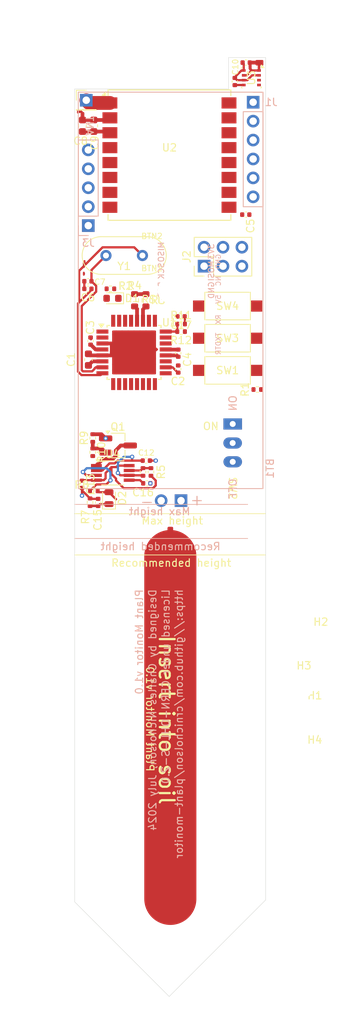
<source format=kicad_pcb>
(kicad_pcb (version 20240108) (generator "pcbnew") (generator_version "8.0")
  (layers (0 "F.Cu" signal) (31 "B.Cu" signal) (34 "B.Paste" user) (35 "F.Paste" user) (36 "B.SilkS" user "B.Silkscreen") (37 "F.SilkS" user "F.Silkscreen") (38 "B.Mask" user) (39 "F.Mask" user) (44 "Edge.Cuts" user))
  (net 0 "")
  (net 1 "Net-(AE1-Pin_1)")
  (net 2 "Net-(BT1-+)")
  (net 3 "GND")
  (net 4 "+3.3V")
  (net 5 "Net-(U1-AREF)")
  (net 6 "RESET")
  (net 7 "Net-(J1-Pin_6)")
  (net 8 "XTAL2")
  (net 9 "XTAL1")
  (net 10 "TRIG")
  (net 11 "SOIL")
  (net 12 "COUT")
  (net 13 "Net-(D1-A)")
  (net 14 "Net-(D2-A)")
  (net 16 "RX")
  (net 17 "+5V")
  (net 18 "TX")
  (net 19 "MOSI")
  (net 20 "SCK")
  (net 21 "MISO")
  (net 22 "SDA")
  (net 23 "SCL")
  (net 24 "Net-(U4-DIS)")
  (net 25 "OUT")
  (net 27 "BUTTON1")
  (net 28 "BUTTON2")
  (net 30 "A3")
  (net 31 "DIO0")
  (net 33 "LORA_RST")
  (net 36 "CS")
  (net 37 "D2")
  (net 38 "A2")
  (net 44 "Net-(Q1-G)")
  (net 45 "Net-(Q1-D)")
  (net 46 "SOIL_FET")
  (net 47 "VOLT")
  (footprint "Package_TO_SOT_SMD:SC-59_Handsoldering" (layer "F.Cu") (at 246.349185 104.7416)
    (property "Reference" "Q1" (at 0 -2.5 0) (layer "F.SilkS"))
    (property "Value" "DMN1019USN-13")
    (pad "1" smd roundrect (at -1.65 -0.95) (size 1.8 0.8) (layers "F.Cu" "F.Paste" "F.Mask") (net 3 "GND"))
    (pad "2" smd roundrect (at -1.65 0.95) (size 1.8 0.8) (layers "F.Cu" "F.Paste" "F.Mask") (net 44 "Net-(Q1-G)"))
    (pad "3" smd roundrect (at 1.65 0) (size 1.8 0.8) (layers "F.Cu" "F.Paste" "F.Mask") (net 45 "Net-(Q1-D)"))
  )
  (footprint "Resistor_SMD:R_0402_1005Metric" (layer "F.Cu") (at 249.717185 108.2936 -90)
    (property "Reference" "R6" (hide yes))
    (property "Value" "1.5 K")
    (pad "1" smd roundrect (at -0.51 0 270) (size 0.54 0.64) (layers "F.Cu" "F.Paste" "F.Mask") (net 24 "Net-(U4-DIS)"))
    (pad "2" smd roundrect (at 0.51 0 270) (size 0.54 0.64) (layers "F.Cu" "F.Paste" "F.Mask") (net 10 "TRIG"))
  )
  (footprint "Resistor_SMD:R_0402_1005Metric" (layer "F.Cu") (at 243.115185 110.8336 180)
    (property "Reference" "R8" (at 1.6414 0.801 180) (layer "F.SilkS"))
    (property "Value" "10 K")
    (pad "1" smd roundrect (at -0.51 0 180) (size 0.54 0.64) (layers "F.Cu" "F.Paste" "F.Mask") (net 14 "Net-(D2-A)"))
    (pad "2" smd roundrect (at 0.51 0 180) (size 0.54 0.64) (layers "F.Cu" "F.Paste" "F.Mask") (net 25 "OUT"))
  )
  (footprint "Connector_PinHeader_2.54mm:PinHeader_2x03_P2.54mm_Vertical" (layer "F.Cu") (at 257.9266 80.6754 90)
    (property "Reference" "J2" (at 1.27 -2.33 270) (layer "F.SilkS"))
    (property "Value" "AT_ISP")
    (pad "1" thru_hole rect (at 0 0 90) (size 1.7 1.7) (drill 1) (layers "*.Cu" "*.Mask") (net 21 "MISO"))
    (pad "2" thru_hole oval (at 2.54 0 90) (size 1.7 1.7) (drill 1) (layers "*.Cu" "*.Mask") (net 4 "+3.3V"))
    (pad "3" thru_hole oval (at 0 2.54 90) (size 1.7 1.7) (drill 1) (layers "*.Cu" "*.Mask") (net 20 "SCK"))
    (pad "4" thru_hole oval (at 2.54 2.54 90) (size 1.7 1.7) (drill 1) (layers "*.Cu" "*.Mask") (net 19 "MOSI"))
    (pad "5" thru_hole oval (at 0 5.08 90) (size 1.7 1.7) (drill 1) (layers "*.Cu" "*.Mask") (net 6 "RESET"))
    (pad "6" thru_hole oval (at 2.54 5.08 90) (size 1.7 1.7) (drill 1) (layers "*.Cu" "*.Mask") (net 3 "GND"))
  )
  (footprint "Resistor_SMD:R_0402_1005Metric" (layer "F.Cu") (at 250.789185 108.2956 -90)
    (property "Reference" "R5" (at 0 -1.3526 90) (layer "F.SilkS"))
    (property "Value" "330")
    (pad "1" smd roundrect (at -0.51 0 270) (size 0.54 0.64) (layers "F.Cu" "F.Paste" "F.Mask") (net 24 "Net-(U4-DIS)"))
    (pad "2" smd roundrect (at 0.51 0 270) (size 0.54 0.64) (layers "F.Cu" "F.Paste" "F.Mask") (net 4 "+3.3V"))
  )
  (footprint "Capacitor_SMD:C_0402_1005Metric" (layer "F.Cu") (at 262.056 55.899 90)
    (property "Reference" "C10" (at 1.946 0.072 -90) (layer "F.SilkS") (effects (font (size 0.75 0.75) (thickness 0.12))))
    (property "Value" "100 nF")
    (pad "1" smd roundrect (at -0.48 0 90) (size 0.56 0.62) (layers "F.Cu" "F.Paste" "F.Mask") (net 3 "GND"))
    (pad "2" smd roundrect (at 0.48 0 90) (size 0.56 0.62) (layers "F.Cu" "F.Paste" "F.Mask") (net 4 "+3.3V"))
  )
  (footprint "Resistor_SMD:R_0402_1005Metric" (layer "F.Cu") (at 242.968185 103.742924 90)
    (property "Reference" "R9" (at 0 -1.17 270) (layer "F.SilkS"))
    (property "Value" "10 K")
    (pad "1" smd roundrect (at -0.51 0 90) (size 0.54 0.64) (layers "F.Cu" "F.Paste" "F.Mask") (net 44 "Net-(Q1-G)"))
    (pad "2" smd roundrect (at 0.51 0 90) (size 0.54 0.64) (layers "F.Cu" "F.Paste" "F.Mask") (net 3 "GND"))
  )
  (footprint "Capacitor_SMD:C_0402_1005Metric" (layer "F.Cu") (at 242.6744 90.7288 90)
    (property "Reference" "C3" (at 1.82 -0.036 -90) (layer "F.SilkS"))
    (property "Value" "100 nF")
    (pad "1" smd roundrect (at -0.48 0 90) (size 0.56 0.62) (layers "F.Cu" "F.Paste" "F.Mask") (net 4 "+3.3V"))
    (pad "2" smd roundrect (at 0.48 0 90) (size 0.56 0.62) (layers "F.Cu" "F.Paste" "F.Mask") (net 3 "GND"))
  )
  (footprint "Package_LGA:Bosch_LGA-8_2.5x2.5mm_P0.65mm_ClockwisePinNumbering" (layer "F.Cu") (at 264.278 55.391 -90)
    (property "Reference" "U3" (at 0.015 -0.009 90) (layer "F.SilkS"))
    (property "Value" "BME280")
    (pad "1" smd rect (at -0.975 -1.025) (size 0.5 0.35) (layers "F.Cu" "F.Paste" "F.Mask") (net 3 "GND"))
    (pad "2" smd rect (at -0.325 -1.025) (size 0.5 0.35) (layers "F.Cu" "F.Paste" "F.Mask") (net 4 "+3.3V"))
    (pad "3" smd rect (at 0.325 -1.025) (size 0.5 0.35) (layers "F.Cu" "F.Paste" "F.Mask") (net 22 "SDA"))
    (pad "4" smd rect (at 0.975 -1.025) (size 0.5 0.35) (layers "F.Cu" "F.Paste" "F.Mask") (net 23 "SCL"))
    (pad "5" smd rect (at 0.975 1.025) (size 0.5 0.35) (layers "F.Cu" "F.Paste" "F.Mask") (net 3 "GND"))
    (pad "6" smd rect (at 0.325 1.025) (size 0.5 0.35) (layers "F.Cu" "F.Paste" "F.Mask") (net 4 "+3.3V"))
    (pad "7" smd rect (at -0.325 1.025) (size 0.5 0.35) (layers "F.Cu" "F.Paste" "F.Mask") (net 3 "GND"))
    (pad "8" smd rect (at -0.975 1.025) (size 0.5 0.35) (layers "F.Cu" "F.Paste" "F.Mask") (net 4 "+3.3V"))
  )
  (footprint "Button_Switch_SMD:SW_SPST_CK_RS282G05A3" (layer "F.Cu") (at 261.0866 94.6618 180)
    (property "Reference" "SW1" (at 0 -0.004 180) (layer "F.SilkS"))
    (property "Value" "AT_RESET")
    (pad "1" smd rect (at -3.9 0 180) (size 1.5 1.5) (layers "F.Cu" "F.Paste" "F.Mask") (net 6 "RESET"))
    (pad "2" smd rect (at 3.9 0 180) (size 1.5 1.5) (layers "F.Cu" "F.Paste" "F.Mask") (net 3 "GND"))
  )
  (footprint "MountingHole:MountingHole_2.2mm_M2" (layer "F.Cu") (at 272.796 147.447)
    (property "Reference" "H4" (at 0 -3.2 0) (layer "F.SilkS"))
    (property "Value" "MountingHole")
    (pad "" np_thru_hole circle (at 0 0) (size 2.2 2.2) (drill 2.2) (layers "*.Cu" "*.Mask"))
  )
  (footprint "Resistor_SMD:R_0402_1005Metric" (layer "F.Cu") (at 254.8356 88.4428)
    (property "Reference" "R11" (at 0 -1.17 360) (layer "F.SilkS"))
    (property "Value" "1 M")
    (pad "1" smd roundrect (at -0.51 0) (size 0.54 0.64) (layers "F.Cu" "F.Paste" "F.Mask") (net 47 "VOLT"))
    (pad "2" smd roundrect (at 0.51 0) (size 0.54 0.64) (layers "F.Cu" "F.Paste" "F.Mask") (net 4 "+3.3V"))
  )
  (footprint "Resistor_SMD:R_0402_1005Metric" (layer "F.Cu") (at 245.3405 83.7184)
    (property "Reference" "R2" (at 2.03 -0.381 360) (layer "F.SilkS"))
    (property "Value" "1 K")
    (pad "1" smd roundrect (at -0.51 0) (size 0.54 0.64) (layers "F.Cu" "F.Paste" "F.Mask") (net 13 "Net-(D1-A)"))
    (pad "2" smd roundrect (at 0.51 0) (size 0.54 0.64) (layers "F.Cu" "F.Paste" "F.Mask") (net 20 "SCK"))
  )
  (footprint "Resistor_SMD:R_0603_1608Metric" (layer "F.Cu") (at 248.5898 85.2556 90)
    (property "Reference" "R4" (at 1.968 0 0) (layer "F.SilkS"))
    (property "Value" "1.8 K")
    (pad "1" smd roundrect (at -0.825 0 90) (size 0.8 0.95) (layers "F.Cu" "F.Paste" "F.Mask") (net 23 "SCL"))
    (pad "2" smd roundrect (at 0.825 0 90) (size 0.8 0.95) (layers "F.Cu" "F.Paste" "F.Mask") (net 4 "+3.3V"))
  )
  (footprint "Capacitor_SMD:C_0402_1005Metric" (layer "F.Cu") (at 243.688185 112.3836 -90)
    (property "Reference" "C15" (at 2.348 0.0554 -90) (layer "F.SilkS"))
    (property "Value" "1 nF")
    (pad "1" smd roundrect (at -0.48 0 270) (size 0.56 0.62) (layers "F.Cu" "F.Paste" "F.Mask") (net 3 "GND"))
    (pad "2" smd roundrect (at 0.48 0 270) (size 0.56 0.62) (layers "F.Cu" "F.Paste" "F.Mask") (net 11 "SOIL"))
  )
  (footprint "Capacitor_SMD:C_0402_1005Metric" (layer "F.Cu") (at 263.58 53.359)
    (property "Reference" "C11" (hide yes))
    (property "Value" "1 uF")
    (pad "1" smd roundrect (at -0.48 0) (size 0.56 0.62) (layers "F.Cu" "F.Paste" "F.Mask") (net 4 "+3.3V"))
    (pad "2" smd roundrect (at 0.48 0) (size 0.56 0.62) (layers "F.Cu" "F.Paste" "F.Mask") (net 3 "GND"))
  )
  (footprint "Sensor_Humidity:Soil" (layer "F.Cu") (at 253.3904 119.5832)
    (property "Reference" "C14" (hide yes))
    (property "Value" "Soil")
    (fp_line (start 0 0) (end 0 46) (stroke (width 7)) (layer "F.Cu"))
    (pad "1" smd roundrect (at 0 -3.58775) (size 0.762 0.6985) (layers "F.Cu" "F.Paste" "F.Mask") (net 14 "Net-(D2-A)"))
  )
  (footprint "Resistor_SMD:R_0402_1005Metric" (layer "F.Cu") (at 242.968185 105.647924 -90)
    (property "Reference" "R10" (at 0 -1.17 90) (layer "F.SilkS"))
    (property "Value" "10")
    (pad "1" smd roundrect (at -0.51 0 270) (size 0.54 0.64) (layers "F.Cu" "F.Paste" "F.Mask") (net 44 "Net-(Q1-G)"))
    (pad "2" smd roundrect (at 0.51 0 270) (size 0.54 0.64) (layers "F.Cu" "F.Paste" "F.Mask") (net 46 "SOIL_FET"))
  )
  (footprint "MountingHole:MountingHole_2.2mm_M2" (layer "F.Cu") (at 272.796 141.497)
    (property "Reference" "H1" (at 0 -3.2 0) (layer "F.SilkS"))
    (property "Value" "MountingHole")
    (pad "" np_thru_hole circle (at 0 0) (size 2.2 2.2) (drill 2.2) (layers "*.Cu" "*.Mask"))
  )
  (footprint "Package_SO:VSSOP-8_3.0x3.0mm_P0.65mm" (layer "F.Cu") (at 245.655185 108.4206)
    (property "Reference" "U4" (at 0 -2.5 0) (layer "F.SilkS"))
    (property "Value" "TLC555xPS")
    (pad "1" smd rect (at -2.2 -0.975 270) (size 0.45 1.45) (layers "F.Cu" "F.Paste" "F.Mask") (net 45 "Net-(Q1-D)"))
    (pad "2" smd rect (at -2.2 -0.325 270) (size 0.45 1.45) (layers "F.Cu" "F.Paste" "F.Mask") (net 10 "TRIG"))
    (pad "3" smd rect (at -2.2 0.325 270) (size 0.45 1.45) (layers "F.Cu" "F.Paste" "F.Mask") (net 25 "OUT"))
    (pad "4" smd rect (at -2.2 0.975 270) (size 0.45 1.45) (layers "F.Cu" "F.Paste" "F.Mask") (net 4 "+3.3V"))
    (pad "5" smd rect (at 2.2 0.975 270) (size 0.45 1.45) (layers "F.Cu" "F.Paste" "F.Mask") (net 12 "COUT"))
    (pad "6" smd rect (at 2.2 0.325 270) (size 0.45 1.45) (layers "F.Cu" "F.Paste" "F.Mask") (net 10 "TRIG"))
    (pad "7" smd rect (at 2.2 -0.325 270) (size 0.45 1.45) (layers "F.Cu" "F.Paste" "F.Mask") (net 24 "Net-(U4-DIS)"))
    (pad "8" smd rect (at 2.2 -0.975 270) (size 0.45 1.45) (layers "F.Cu" "F.Paste" "F.Mask") (net 4 "+3.3V"))
  )
  (footprint "LED_SMD:LED_0603_1608Metric" (layer "F.Cu") (at 245.618 84.9884 180)
    (property "Reference" "D1" (at -2.6415 0 180) (layer "F.SilkS"))
    (property "Value" "LED")
    (pad "1" smd roundrect (at -0.7875 0 180) (size 0.875 0.95) (layers "F.Cu" "F.Paste" "F.Mask") (net 3 "GND"))
    (pad "2" smd roundrect (at 0.7875 0 180) (size 0.875 0.95) (layers "F.Cu" "F.Paste" "F.Mask") (net 13 "Net-(D1-A)"))
  )
  (footprint "Capacitor_SMD:C_0402_1005Metric" (layer "F.Cu") (at 254.4514 92.3538 90)
    (property "Reference" "C4" (at -0.847 1.234 90) (layer "F.SilkS"))
    (property "Value" "100 nF")
    (pad "1" smd roundrect (at -0.48 0 90) (size 0.56 0.62) (layers "F.Cu" "F.Paste" "F.Mask") (net 5 "Net-(U1-AREF)"))
    (pad "2" smd roundrect (at 0.48 0 90) (size 0.56 0.62) (layers "F.Cu" "F.Paste" "F.Mask") (net 3 "GND"))
  )
  (footprint "Capacitor_SMD:C_0402_1005Metric" (layer "F.Cu") (at 242.316 83.7184 180)
    (property "Reference" "C6" (at 0 -1.16 180) (layer "F.SilkS"))
    (property "Value" "22 pF")
    (pad "1" smd roundrect (at -0.48 0 180) (size 0.56 0.62) (layers "F.Cu" "F.Paste" "F.Mask") (net 8 "XTAL2"))
    (pad "2" smd roundrect (at 0.48 0 180) (size 0.56 0.62) (layers "F.Cu" "F.Paste" "F.Mask") (net 3 "GND"))
  )
  (footprint "Capacitor_SMD:C_0402_1005Metric" (layer "F.Cu") (at 250.158185 106.7736)
    (property "Reference" "C12" (at 0 -1.055 0) (layer "F.SilkS") (effects (font (size 0.75 0.75) (thickness 0.12))))
    (property "Value" "470 pF")
    (pad "1" smd roundrect (at -0.48 0) (size 0.56 0.62) (layers "F.Cu" "F.Paste" "F.Mask") (net 10 "TRIG"))
    (pad "2" smd roundrect (at 0.48 0) (size 0.56 0.62) (layers "F.Cu" "F.Paste" "F.Mask") (net 3 "GND"))
  )
  (footprint "Capacitor_SMD:C_0603_1608Metric" (layer "F.Cu") (at 242.3864 93.218 -90)
    (property "Reference" "C1" (at 0 2.322 90) (layer "F.SilkS"))
    (property "Value" "10 uF")
    (pad "1" smd roundrect (at -0.775 0 270) (size 0.9 0.95) (layers "F.Cu" "F.Paste" "F.Mask") (net 3 "GND"))
    (pad "2" smd roundrect (at 0.775 0 270) (size 0.9 0.95) (layers "F.Cu" "F.Paste" "F.Mask") (net 4 "+3.3V"))
  )
  (footprint "Crystal:Crystal_HC18-U_Vertical" (layer "F.Cu") (at 249.6428 79.248 180)
    (property "Reference" "Y1" (at 2.455 -1.433 180) (layer "F.SilkS"))
    (property "Value" "8MHz")
    (pad "1" thru_hole circle (at 0 0 180) (size 1.5 1.5) (drill 0.8) (layers "*.Cu" "*.Mask") (net 8 "XTAL2"))
    (pad "2" thru_hole circle (at 4.9 0 180) (size 1.5 1.5) (drill 0.8) (layers "*.Cu" "*.Mask") (net 9 "XTAL1"))
  )
  (footprint "Capacitor_SMD:C_0603_1608Metric" (layer "F.Cu") (at 241.588 61.836 90)
    (property "Reference" "C8" (at -2.047 -0.255 0) (layer "F.SilkS"))
    (property "Value" "10 uF")
    (pad "1" smd roundrect (at -0.775 0 90) (size 0.9 0.95) (layers "F.Cu" "F.Paste" "F.Mask") (net 4 "+3.3V"))
    (pad "2" smd roundrect (at 0.775 0 90) (size 0.9 0.95) (layers "F.Cu" "F.Paste" "F.Mask") (net 3 "GND"))
  )
  (footprint "Resistor_SMD:R_0402_1005Metric" (layer "F.Cu") (at 265.0744 97.2312)
    (property "Reference" "R1" (at -1.653 0 90) (layer "F.SilkS"))
    (property "Value" "220")
    (pad "1" smd roundrect (at -0.51 0) (size 0.54 0.64) (layers "F.Cu" "F.Paste" "F.Mask") (net 4 "+3.3V"))
    (pad "2" smd roundrect (at 0.51 0) (size 0.54 0.64) (layers "F.Cu" "F.Paste" "F.Mask") (net 6 "RESET"))
  )
  (footprint "Button_Switch_THT:SW_Slide_SPDT" (layer "F.Cu") (at 261.7724 104.394 -90)
    (property "Reference" "SW2" (at 6.096 0 -90) (layer "F.SilkS"))
    (property "Value" "Power")
    (pad "1" thru_hole rect (at -2.54 0 270) (size 1.5 2.5) (drill 0.8) (layers "*.Cu" "*.Mask") (net 4 "+3.3V"))
    (pad "2" thru_hole oval (at 0.018 0.009 270) (size 1.5 2.5) (drill 0.8) (layers "*.Cu" "*.Mask") (net 2 "Net-(BT1-+)"))
    (pad "3" thru_hole oval (at 2.54 0 270) (size 1.5 2.5) (drill 0.8) (layers "*.Cu" "*.Mask"))
  )
  (footprint "Capacitor_SMD:C_0402_1005Metric" (layer "F.Cu") (at 241.522185 109.9486 -90)
    (property "Reference" "C13" (at 0 -1.16 90) (layer "F.SilkS"))
    (property "Value" "100 nF")
    (pad "1" smd roundrect (at -0.48 0 270) (size 0.56 0.62) (layers "F.Cu" "F.Paste" "F.Mask") (net 4 "+3.3V"))
    (pad "2" smd roundrect (at 0.48 0 270) (size 0.56 0.62) (layers "F.Cu" "F.Paste" "F.Mask") (net 3 "GND"))
  )
  (footprint "Capacitor_SMD:C_0402_1005Metric" (layer "F.Cu") (at 263.5276 73.7616)
    (property "Reference" "C5" (at 0.635 1.524 90) (layer "F.SilkS"))
    (property "Value" "100 nF")
    (pad "1" smd roundrect (at -0.48 0) (size 0.56 0.62) (layers "F.Cu" "F.Paste" "F.Mask") (net 6 "RESET"))
    (pad "2" smd roundrect (at 0.48 0) (size 0.56 0.62) (layers "F.Cu" "F.Paste" "F.Mask") (net 7 "Net-(J1-Pin_6)"))
  )
  (footprint "Capacitor_SMD:C_0402_1005Metric" (layer "F.Cu") (at 254.4514 94.4848 -90)
    (property "Reference" "C2" (at 1.637 0.036 180) (layer "F.SilkS"))
    (property "Value" "100 nF")
    (pad "1" smd roundrect (at -0.48 0 270) (size 0.56 0.62) (layers "F.Cu" "F.Paste" "F.Mask") (net 3 "GND"))
    (pad "2" smd roundrect (at 0.48 0 270) (size 0.56 0.62) (layers "F.Cu" "F.Paste" "F.Mask") (net 4 "+3.3V"))
  )
  (footprint "Capacitor_SMD:C_0603_1608Metric" (layer "F.Cu") (at 243.112 61.836 90)
    (property "Reference" "C9" (at -2.301 0.126 -90) (layer "F.SilkS"))
    (property "Value" "100 nF")
    (pad "1" smd roundrect (at -0.775 0 90) (size 0.9 0.95) (layers "F.Cu" "F.Paste" "F.Mask") (net 4 "+3.3V"))
    (pad "2" smd roundrect (at 0.775 0 90) (size 0.9 0.95) (layers "F.Cu" "F.Paste" "F.Mask") (net 3 "GND"))
  )
  (footprint "Connector_PinHeader_2.54mm:PinHeader_1x01_P2.54mm_Vertical" (layer "F.Cu") (at 242.096 58.407)
    (property "Reference" "AE1" (hide yes))
    (property "Value" "Antenna")
    (pad "1" thru_hole rect (at 0 0) (size 1.7 1.7) (drill 1) (layers "*.Cu" "*.Mask") (net 1 "Net-(AE1-Pin_1)"))
  )
  (footprint "RF_Module:Ai-Thinker-Ra-01-LoRa" (layer "F.Cu") (at 253.272 65.773)
    (property "Reference" "U2" (at 0 -1 0) (layer "F.SilkS"))
    (property "Value" "Ra-01")
    (pad "1" smd rect (at -8 -7) (size 2 1.5) (layers "F.Cu" "F.Paste" "F.Mask") (net 1 "Net-(AE1-Pin_1)"))
    (pad "2" smd rect (at -8 -5) (size 2 1.5) (layers "F.Cu" "F.Paste" "F.Mask") (net 3 "GND"))
    (pad "3" smd rect (at -8 -3) (size 2 1.5) (layers "F.Cu" "F.Paste" "F.Mask") (net 4 "+3.3V"))
    (pad "4" smd rect (at -8 -1) (size 2 1.5) (layers "F.Cu" "F.Paste" "F.Mask") (net 33 "LORA_RST"))
    (pad "5" smd rect (at -8 1) (size 2 1.5) (layers "F.Cu" "F.Paste" "F.Mask") (net 31 "DIO0"))
    (pad "6" smd rect (at -8 3) (size 2 1.5) (layers "F.Cu" "F.Paste" "F.Mask"))
    (pad "7" smd rect (at -8 5) (size 2 1.5) (layers "F.Cu" "F.Paste" "F.Mask"))
    (pad "8" smd rect (at -8 7) (size 2 1.5) (layers "F.Cu" "F.Paste" "F.Mask"))
    (pad "9" smd rect (at 8 7) (size 2 1.5) (layers "F.Cu" "F.Paste" "F.Mask") (net 3 "GND"))
    (pad "10" smd rect (at 8 5) (size 2 1.5) (layers "F.Cu" "F.Paste" "F.Mask"))
    (pad "11" smd rect (at 8 3) (size 2 1.5) (layers "F.Cu" "F.Paste" "F.Mask"))
    (pad "12" smd rect (at 8 1) (size 2 1.5) (layers "F.Cu" "F.Paste" "F.Mask") (net 20 "SCK"))
    (pad "13" smd rect (at 8 -1) (size 2 1.5) (layers "F.Cu" "F.Paste" "F.Mask") (net 21 "MISO"))
    (pad "14" smd rect (at 8 -3) (size 2 1.5) (layers "F.Cu" "F.Paste" "F.Mask") (net 19 "MOSI"))
    (pad "15" smd rect (at 8 -5) (size 2 1.5) (layers "F.Cu" "F.Paste" "F.Mask") (net 36 "CS"))
    (pad "16" smd rect (at 8 -7) (size 2 1.5) (layers "F.Cu" "F.Paste" "F.Mask") (net 3 "GND"))
  )
  (footprint "Package_QFP:TQFP-32_7x7mm_P0.8mm" (layer "F.Cu") (at 248.5164 92.2528)
    (property "Reference" "U1" (at 4.756 -4.005 0) (layer "F.SilkS"))
    (property "Value" "ATmega328P-A")
    (pad "1" smd rect (at -4.25 -2.8) (size 1.6 0.55) (layers "F.Cu" "F.Paste" "F.Mask"))
    (pad "2" smd rect (at -4.25 -2) (size 1.6 0.55) (layers "F.Cu" "F.Paste" "F.Mask"))
    (pad "3" smd rect (at -4.25 -1.2) (size 1.6 0.55) (layers "F.Cu" "F.Paste" "F.Mask") (net 3 "GND"))
    (pad "4" smd rect (at -4.25 -0.4) (size 1.6 0.55) (layers "F.Cu" "F.Paste" "F.Mask") (net 4 "+3.3V"))
    (pad "5" smd rect (at -4.25 0.4) (size 1.6 0.55) (layers "F.Cu" "F.Paste" "F.Mask") (net 3 "GND"))
    (pad "6" smd rect (at -4.25 1.2) (size 1.6 0.55) (layers "F.Cu" "F.Paste" "F.Mask") (net 4 "+3.3V"))
    (pad "7" smd rect (at -4.25 2) (size 1.6 0.55) (layers "F.Cu" "F.Paste" "F.Mask") (net 9 "XTAL1"))
    (pad "8" smd rect (at -4.25 2.8) (size 1.6 0.55) (layers "F.Cu" "F.Paste" "F.Mask") (net 8 "XTAL2"))
    (pad "9" smd rect (at -2.8 4.25 90) (size 1.6 0.55) (layers "F.Cu" "F.Paste" "F.Mask") (net 46 "SOIL_FET"))
    (pad "10" smd rect (at -2 4.25 90) (size 1.6 0.55) (layers "F.Cu" "F.Paste" "F.Mask") (net 28 "BUTTON2"))
    (pad "11" smd rect (at -1.2 4.25 90) (size 1.6 0.55) (layers "F.Cu" "F.Paste" "F.Mask") (net 27 "BUTTON1"))
    (pad "12" smd rect (at -0.4 4.25 90) (size 1.6 0.55) (layers "F.Cu" "F.Paste" "F.Mask") (net 31 "DIO0"))
    (pad "13" smd rect (at 0.4 4.25 90) (size 1.6 0.55) (layers "F.Cu" "F.Paste" "F.Mask") (net 33 "LORA_RST"))
    (pad "14" smd rect (at 1.2 4.25 90) (size 1.6 0.55) (layers "F.Cu" "F.Paste" "F.Mask") (net 36 "CS"))
    (pad "15" smd rect (at 2 4.25 90) (size 1.6 0.55) (layers "F.Cu" "F.Paste" "F.Mask") (net 19 "MOSI"))
    (pad "16" smd rect (at 2.8 4.25 90) (size 1.6 0.55) (layers "F.Cu" "F.Paste" "F.Mask") (net 21 "MISO"))
    (pad "17" smd rect (at 4.25 2.8) (size 1.6 0.55) (layers "F.Cu" "F.Paste" "F.Mask") (net 20 "SCK"))
    (pad "18" smd rect (at 4.25 2) (size 1.6 0.55) (layers "F.Cu" "F.Paste" "F.Mask") (net 4 "+3.3V"))
    (pad "19" smd rect (at 4.25 1.2) (size 1.6 0.55) (layers "F.Cu" "F.Paste" "F.Mask"))
    (pad "20" smd rect (at 4.25 0.4) (size 1.6 0.55) (layers "F.Cu" "F.Paste" "F.Mask") (net 5 "Net-(U1-AREF)"))
    (pad "21" smd rect (at 4.25 -0.4) (size 1.6 0.55) (layers "F.Cu" "F.Paste" "F.Mask") (net 3 "GND"))
    (pad "22" smd rect (at 4.25 -1.2) (size 1.6 0.55) (layers "F.Cu" "F.Paste" "F.Mask"))
    (pad "23" smd rect (at 4.25 -2) (size 1.6 0.55) (layers "F.Cu" "F.Paste" "F.Mask") (net 11 "SOIL"))
    (pad "24" smd rect (at 4.25 -2.8) (size 1.6 0.55) (layers "F.Cu" "F.Paste" "F.Mask") (net 47 "VOLT"))
    (pad "25" smd rect (at 2.8 -4.25 90) (size 1.6 0.55) (layers "F.Cu" "F.Paste" "F.Mask") (net 38 "A2"))
    (pad "26" smd rect (at 2 -4.25 90) (size 1.6 0.55) (layers "F.Cu" "F.Paste" "F.Mask") (net 30 "A3"))
    (pad "27" smd rect (at 1.2 -4.25 90) (size 1.6 0.55) (layers "F.Cu" "F.Paste" "F.Mask") (net 22 "SDA"))
    (pad "28" smd rect (at 0.4 -4.25 90) (size 1.6 0.55) (layers "F.Cu" "F.Paste" "F.Mask") (net 23 "SCL"))
    (pad "29" smd rect (at -0.4 -4.25 90) (size 1.6 0.55) (layers "F.Cu" "F.Paste" "F.Mask") (net 6 "RESET"))
    (pad "30" smd rect (at -1.2 -4.25 90) (size 1.6 0.55) (layers "F.Cu" "F.Paste" "F.Mask") (net 16 "RX"))
    (pad "31" smd rect (at -2 -4.25 90) (size 1.6 0.55) (layers "F.Cu" "F.Paste" "F.Mask") (net 18 "TX"))
    (pad "32" smd rect (at -2.8 -4.25 90) (size 1.6 0.55) (layers "F.Cu" "F.Paste" "F.Mask") (net 37 "D2"))
  )
  (footprint "Resistor_SMD:R_0603_1608Metric" (layer "F.Cu") (at 250.1138 85.2556 90)
    (property "Reference" "R3" (at 0 1.651 0) (layer "F.SilkS"))
    (property "Value" "1.8 K")
    (pad "1" smd roundrect (at -0.825 0 90) (size 0.8 0.95) (layers "F.Cu" "F.Paste" "F.Mask") (net 22 "SDA"))
    (pad "2" smd roundrect (at 0.825 0 90) (size 0.8 0.95) (layers "F.Cu" "F.Paste" "F.Mask") (net 4 "+3.3V"))
  )
  (footprint "Diode_SMD:D_MicroMELF" (layer "F.Cu") (at 245.147185 111.8116 90)
    (property "Reference" "D2" (at 0.001 1.7876 -90) (layer "F.SilkS"))
    (property "Value" "SM4007")
    (pad "1" smd roundrect (at -0.8 0 90) (size 0.8 1.2) (layers "F.Cu" "F.Paste" "F.Mask") (net 11 "SOIL"))
    (pad "2" smd roundrect (at 0.8 0 90) (size 0.8 1.2) (layers "F.Cu" "F.Paste" "F.Mask") (net 14 "Net-(D2-A)"))
  )
  (footprint "Capacitor_SMD:C_0402_1005Metric" (layer "F.Cu") (at 254.8356 87.4268 180)
    (property "Reference" "C17" (at 0 -1.16 180) (layer "F.SilkS"))
    (property "Value" "1 nF")
    (pad "1" smd roundrect (at -0.48 0 180) (size 0.56 0.62) (layers "F.Cu" "F.Paste" "F.Mask") (net 4 "+3.3V"))
    (pad "2" smd roundrect (at 0.48 0 180) (size 0.56 0.62) (layers "F.Cu" "F.Paste" "F.Mask") (net 3 "GND"))
  )
  (footprint "MountingHole:MountingHole_2.2mm_M2" (layer "F.Cu") (at 271.346 137.486)
    (property "Reference" "H3" (at 0 -3.2 0) (layer "F.SilkS"))
    (property "Value" "MountingHole")
    (pad "" np_thru_hole circle (at 0 0) (size 2.2 2.2) (drill 2.2) (layers "*.Cu" "*.Mask"))
  )
  (footprint "Capacitor_SMD:C_0402_1005Metric" (layer "F.Cu") (at 242.316 82.7024)
    (property "Reference" "C7" (at 1.615 0.085 0) (layer "F.SilkS") (effects (font (size 0.75 0.75) (thickness 0.12))))
    (property "Value" "22 pF")
    (pad "1" smd roundrect (at -0.48 0) (size 0.56 0.62) (layers "F.Cu" "F.Paste" "F.Mask") (net 3 "GND"))
    (pad "2" smd roundrect (at 0.48 0) (size 0.56 0.62) (layers "F.Cu" "F.Paste" "F.Mask") (net 9 "XTAL1"))
  )
  (footprint "Button_Switch_SMD:SW_SPST_CK_RS282G05A3" (layer "F.Cu") (at 261.0866 90.3478 180)
    (property "Reference" "SW3" (at 0 0 180) (layer "F.SilkS"))
    (property "Value" "BUTTON1")
    (pad "1" smd rect (at -3.9 0 180) (size 1.5 1.5) (layers "F.Cu" "F.Paste" "F.Mask") (net 27 "BUTTON1"))
    (pad "2" smd rect (at 3.9 0 180) (size 1.5 1.5) (layers "F.Cu" "F.Paste" "F.Mask") (net 4 "+3.3V"))
  )
  (footprint "Button_Switch_SMD:SW_SPST_CK_RS282G05A3" (layer "F.Cu") (at 261.0866 86.0298 180)
    (property "Reference" "SW4" (at 0 0 180) (layer "F.SilkS"))
    (property "Value" "BUTTON2")
    (pad "1" smd rect (at -3.9 0 180) (size 1.5 1.5) (layers "F.Cu" "F.Paste" "F.Mask") (net 28 "BUTTON2"))
    (pad "2" smd rect (at 3.9 0 180) (size 1.5 1.5) (layers "F.Cu" "F.Paste" "F.Mask") (net 4 "+3.3V"))
  )
  (footprint "Resistor_SMD:R_0402_1005Metric" (layer "F.Cu") (at 242.607185 112.3556 -90)
    (property "Reference" "R7" (at 1.995 0.6254 -90) (layer "F.SilkS"))
    (property "Value" "1 M")
    (pad "1" smd roundrect (at -0.51 0 270) (size 0.54 0.64) (layers "F.Cu" "F.Paste" "F.Mask") (net 3 "GND"))
    (pad "2" smd roundrect (at 0.51 0 270) (size 0.54 0.64) (layers "F.Cu" "F.Paste" "F.Mask") (net 11 "SOIL"))
  )
  (footprint "MountingHole:MountingHole_2.2mm_M2" (layer "F.Cu") (at 273.6088 131.6228)
    (property "Reference" "H2" (at 0 -3.2 0) (layer "F.SilkS"))
    (property "Value" "MountingHole")
    (pad "" np_thru_hole circle (at 0 0) (size 2.2 2.2) (drill 2.2) (layers "*.Cu" "*.Mask"))
  )
  (footprint "Resistor_SMD:R_0402_1005Metric" (layer "F.Cu") (at 254.8356 89.4588 180)
    (property "Reference" "R12" (at 0 -1.17 180) (layer "F.SilkS"))
    (property "Value" "1 M")
    (pad "1" smd roundrect (at -0.51 0 180) (size 0.54 0.64) (layers "F.Cu" "F.Paste" "F.Mask") (net 3 "GND"))
    (pad "2" smd roundrect (at 0.51 0 180) (size 0.54 0.64) (layers "F.Cu" "F.Paste" "F.Mask") (net 47 "VOLT"))
  )
  (footprint "Capacitor_SMD:C_0402_1005Metric" (layer "F.Cu") (at 250.227185 109.8176)
    (property "Reference" "C16" (at -0.4984 1.231 0) (layer "F.SilkS"))
    (property "Value" "10 nF")
    (pad "1" smd roundrect (at -0.48 0) (size 0.56 0.62) (layers "F.Cu" "F.Paste" "F.Mask") (net 12 "COUT"))
    (pad "2" smd roundrect (at 0.48 0) (size 0.56 0.62) (layers "F.Cu" "F.Paste" "F.Mask") (net 3 "GND"))
  )
  (footprint "Connector_PinHeader_2.54mm:PinHeader_1x05_P2.54mm_Vertical" (layer "B.Cu") (at 242.3668 75.2348)
    (property "Reference" "J3" (at 0 2.33 360) (layer "B.SilkS") (effects (justify mirror)))
    (property "Value" "GPIO")
    (pad "1" thru_hole rect (at 0 0) (size 1.7 1.7) (drill 1) (layers "*.Cu" "*.Mask") (net 22 "SDA"))
    (pad "2" thru_hole oval (at 0 -2.54) (size 1.7 1.7) (drill 1) (layers "*.Cu" "*.Mask") (net 23 "SCL"))
    (pad "3" thru_hole oval (at 0 -5.08) (size 1.7 1.7) (drill 1) (layers "*.Cu" "*.Mask") (net 30 "A3"))
    (pad "4" thru_hole oval (at 0 -7.62) (size 1.7 1.7) (drill 1) (layers "*.Cu" "*.Mask") (net 38 "A2"))
    (pad "5" thru_hole oval (at 0 -10.16) (size 1.7 1.7) (drill 1) (layers "*.Cu" "*.Mask") (net 37 "D2"))
  )
  (footprint "Connector_PinHeader_2.54mm:PinHeader_1x06_P2.54mm_Vertical" (layer "B.Cu") (at 264.5156 58.674 180)
    (property "Reference" "J1" (at -2.413 0 180) (layer "B.SilkS") (effects (justify mirror)))
    (property "Value" "FTDI")
    (pad "1" thru_hole rect (at 0 0 180) (size 1.7 1.7) (drill 1) (layers "*.Cu" "*.Mask") (net 3 "GND"))
    (pad "2" thru_hole oval (at 0 -2.54 180) (size 1.7 1.7) (drill 1) (layers "*.Cu" "*.Mask"))
    (pad "3" thru_hole oval (at 0 -5.08 180) (size 1.7 1.7) (drill 1) (layers "*.Cu" "*.Mask") (net 17 "+5V"))
    (pad "4" thru_hole oval (at 0 -7.62 180) (size 1.7 1.7) (drill 1) (layers "*.Cu" "*.Mask") (net 16 "RX"))
    (pad "5" thru_hole oval (at 0 -10.16 180) (size 1.7 1.7) (drill 1) (layers "*.Cu" "*.Mask") (net 18 "TX"))
    (pad "6" thru_hole oval (at 0 -12.7 180) (size 1.7 1.7) (drill 1) (layers "*.Cu" "*.Mask") (net 7 "Net-(J1-Pin_6)"))
  )
  (footprint "Battery:BatteryHolder_Keystone_2469_2xAAA" (layer "B.Cu") (at 259.779 107.825 90)
    (property "Reference" "BT1" (at 0 7 -90) (layer "B.SilkS") (effects (justify mirror)))
    (property "Value" "Battery")
    (fp_text user "+" (at -4.318 -2.921 -90) (layer "B.SilkS") (effects (font (size 1.5 1.5)) (justify mirror)))
    (fp_text user "-" (at -4.445 -9.525 0) (layer "B.SilkS") (effects (font (size 1.5 1.5)) (justify mirror)))
    (pad "" np_thru_hole circle (at 8.64 -4 90) (size 3.45 3.45) (drill 3.45) (layers "*.Cu"))
    (pad "" np_thru_hole circle (at 23.9 -6.35 90) (size 3.45 3.45) (drill 3.45) (layers "*.Cu" "*.Mask"))
    (pad "" np_thru_hole circle (at 38.61 -8.7 90) (size 3.45 3.45) (drill 3.45) (layers "*.Cu" "*.Mask"))
    (pad "1" thru_hole rect (at -4.318 -4.953 90) (size 1.7 1.7) (drill 1) (layers "*.Cu" "*.Mask") (net 2 "Net-(BT1-+)"))
    (pad "2" thru_hole circle (at -4.318 -7.62 90) (size 1.7 1.7) (drill 1) (layers "*.Cu" "*.Mask") (net 3 "GND"))
  )
  (gr_line (start 263.779 117.221) (end 240.538 117.221) (stroke (width 0.1)) (layer "B.SilkS"))
  (gr_line (start 240.538 112.649) (end 263.779 112.649) (stroke (width 0.1)) (layer "B.SilkS"))
  (gr_line (start 240.538 119.4308) (end 266.192 119.4308) (stroke (width 0.1)) (layer "F.SilkS"))
  (gr_line (start 240.5126 113.8936) (end 266.192 113.8936) (stroke (width 0.1)) (layer "F.SilkS"))
  (gr_line (start 261.2136 52.6796) (end 261.2136 56.896) (stroke (width 0.05)) (layer "Edge.Cuts"))
  (gr_line (start 240.538 56.896) (end 240.538 165.989) (stroke (width 0.05)) (layer "Edge.Cuts"))
  (gr_line (start 253.238 178.689) (end 240.538 165.989) (stroke (width 0.05)) (layer "Edge.Cuts"))
  (gr_line (start 266.192 52.6796) (end 266.192 165.735) (stroke (width 0.05)) (layer "Edge.Cuts"))
  (gr_line (start 261.2136 56.896) (end 240.538 56.896) (stroke (width 0.05)) (layer "Edge.Cuts"))
  (gr_line (start 266.192 165.735) (end 253.238 178.689) (stroke (width 0.05)) (layer "Edge.Cuts"))
  (gr_line (start 266.192 52.6796) (end 261.2136 52.6796) (stroke (width 0.05)) (layer "Edge.Cuts"))
  (gr_text "5V" (at 260.223 84.455 90) (layer "B.SilkS") (effects (font (size 0.66 0.66) (thickness 0.1)) (justify left bottom mirror)))
  (gr_text "RX" (at 260.223 87.122 90) (layer "B.SilkS") (effects (font (size 0.66 0.66) (thickness 0.1)) (justify left bottom mirror)))
  (gr_text "RST" (at 252.603 82.677 90) (layer "B.SilkS") (effects (font (size 0.75 0.75) (thickness 0.12)) (justify left bottom mirror)))
  (gr_text "Designed by Charles Nicholson, July 2024" (at 251.587 123.952 90) (layer "B.SilkS") (effects (font (size 1 1)) (justify left bottom mirror)))
  (gr_text "Recommended height" (at 260.223 118.872 -0) (layer "B.SilkS") (effects (font (size 1 1)) (justify left bottom mirror)))
  (gr_text "Licensed under CERN-OHL-S-2.0" (at 253.365 123.952 90) (layer "B.SilkS") (effects (font (size 1 1) (thickness 0.15) (bold yes)) (justify left bottom mirror)))
  (gr_text "ON" (at 262.382 97.917 90) (layer "B.SilkS") (effects (font (size 1 1)) (justify left bottom mirror)))
  (gr_text "Plant Monitor v1.0" (at 249.809 123.952 90) (layer "B.SilkS") (effects (font (size 1 1)) (justify left bottom mirror)))
  (gr_text "OFF\n" (at 262.382 109.093 90) (layer "B.SilkS") (effects (font (size 1 1)) (justify left bottom mirror)))
  (gr_text "NC" (at 260.223 81.915 90) (layer "B.SilkS") (effects (font (size 0.66 0.66) (thickness 0.1)) (justify left bottom mirror)))
  (gr_text "SCK" (at 252.603 80.137 90) (layer "B.SilkS") (effects (font (size 0.75 0.75) (thickness 0.12)) (justify left bottom mirror)))
  (gr_text "TX" (at 260.223 89.535 90) (layer "B.SilkS") (effects (font (size 0.66 0.66) (thickness 0.1)) (justify left bottom mirror)))
  (gr_text "DTR" (at 260.223 90.678 90) (layer "B.SilkS") (effects (font (size 0.66 0.66) (thickness 0.1)) (justify left bottom mirror)))
  (gr_text "MOSI" (at 259.334 79.883 90) (layer "B.SilkS") (effects (font (size 0.75 0.75) (thickness 0.12)) (justify left bottom mirror)))
  (gr_text "ANT" (at 241.935 63.246 -90) (layer "B.SilkS") (effects (font (size 1 1)) (justify left bottom mirror)))
  (gr_text "Max height" (at 256.159 114.173 -0) (layer "B.SilkS") (effects (font (size 1 1)) (justify left bottom mirror)))
  (gr_text "MISO" (at 252.603 77.343 90) (layer "B.SilkS") (effects (font (size 0.75 0.75) (thickness 0.12)) (justify left bottom mirror)))
  (gr_text "GND" (at 259.334 82.677 90) (layer "B.SilkS") (effects (font (size 0.75 0.75) (thickness 0.12)) (justify left bottom mirror)))
  (gr_text "https://github.com/crnicholson/plant-monitor" (at 255.143 123.952 90) (layer "B.SilkS") (effects (font (size 1 1)) (justify left bottom mirror)))
  (gr_text "GND" (at 260.223 78.994 90) (layer "B.SilkS") (effects (font (size 0.66 0.66) (thickness 0.1)) (justify left bottom mirror)))
  (gr_text "3V3" (at 259.334 77.597 90) (layer "B.SilkS") (effects (font (size 0.75 0.75) (thickness 0.12)) (justify left bottom mirror)))
  (gr_text "BTN2" (at 249.428 77.089 0) (layer "F.SilkS") (effects (font (size 0.75 0.75) (thickness 0.12)) (justify left bottom)))
  (gr_text "Insert into soil" (at 251.714 130.048 270) (layer "F.SilkS") (effects (font (size 2 2) (thickness 0.3)) (justify left bottom)))
  (gr_text "ON" (at 257.683 102.743 0) (layer "F.SilkS") (effects (font (size 1 1)) (justify left bottom)))
  (gr_text "Plant Monitor v1.0" (at 250.063 148.59 -90) (layer "F.SilkS") (effects (font (size 1 1)) (justify left bottom mirror)))
  (gr_text "Recommended height" (at 245.364 121.0818 0) (layer "F.SilkS") (effects (font (size 1 1)) (justify left bottom)))
  (gr_text "Max height" (at 249.428 115.4176 0) (layer "F.SilkS") (effects (font (size 1 1)) (justify left bottom)))
  (gr_text "RST" (at 249.428 85.725 0) (layer "F.SilkS") (effects (font (size 1 1)) (justify left bottom)))
  (gr_text "BTN1" (at 249.428 81.407 0) (layer "F.SilkS") (effects (font (size 0.75 0.75) (thickness 0.12)) (justify left bottom)))
  (segment (start 245.272 58.773) (end 242.462 58.773) (width 1.84904) (layer "F.Cu") (net 1))
  (segment (start 242.462 58.773) (end 242.096 58.407) (width 1.84904) (layer "F.Cu") (net 1))
  (segment (start 262.069 56.366) (end 262.056 56.379) (width 0.3) (layer "F.Cu") (net 3))
  (segment (start 263.670894 55.066) (end 264.320894 54.416) (width 0.3) (layer "F.Cu") (net 3))
  (segment (start 242.968185 103.232924) (end 244.140509 103.232924) (width 0.5) (layer "F.Cu") (net 3))
  (segment (start 241.836 83.7184) (end 241.836 82.7024) (width 0.3) (layer "F.Cu") (net 3))
  (segment (start 263.253 55.066) (end 263.670894 55.066) (width 0.3) (layer "F.Cu") (net 3))
  (segment (start 244.140509 103.232924) (end 244.699185 103.7916) (width 0.5) (layer "F.Cu") (net 3))
  (segment (start 243.688185 111.9036) (end 242.665185 111.9036) (width 0.3) (layer "F.Cu") (net 3))
  (segment (start 241.588 61.061) (end 244.984 61.061) (width 0.5) (layer "F.Cu") (net 3))
  (segment (start 264.06 53.359) (end 264.06 54.155106) (width 0.3) (layer "F.Cu") (net 3))
  (segment (start 245.4414 92.6528) (end 245.5164 92.5778) (width 0.5) (layer "F.Cu") (net 3))
  (segment (start 245.4414 91.0528) (end 244.2664 91.0528) (width 0.5) (layer "F.Cu") (net 3))
  (segment (start 264.320894 54.416) (end 265.303 54.416) (width 0.3) (layer "F.Cu") (net 3))
  (segment (start 252.7874 91.8738) (end 252.7664 91.8528) (width 0.5) (layer "F.Cu") (net 3))
  (segment (start 244.2664 92.6528) (end 245.4414 92.6528) (width 0.5) (layer "F.Cu") (net 3))
  (segment (start 264.06 54.155106) (end 264.320894 54.416) (width 0.3) (layer "F.Cu") (net 3))
  (segment (start 245.5164 91.1278) (end 245.4414 91.0528) (width 0.5) (layer "F.Cu") (net 3))
  (segment (start 242.721956 90.4348) (end 242.721956 90.296356) (width 0.4) (layer "F.Cu") (net 3))
  (segment (start 263.253 56.366) (end 262.069 56.366) (width 0.3) (layer "F.Cu") (net 3))
  (segment (start 242.3864 92.443) (end 242.5962 92.6528) (width 0.5) (layer "F.Cu") (net 3))
  (segment (start 245.5164 92.5778) (end 245.5164 91.1278) (width 0.5) (layer "F.Cu") (net 3))
  (segment (start 254.4514 91.8738) (end 252.7874 91.8738) (width 0.5) (layer "F.Cu") (net 3))
  (segment (start 241.522185 110.4286) (end 241.522185 111.4726) (width 0.3) (layer "F.Cu") (net 3))
  (segment (start 242.5962 92.6528) (end 244.2664 92.6528) (width 0.5) (layer "F.Cu") (net 3))
  (segment (start 251.428185 106.7736) (end 250.638185 106.7736) (width 0.3) (layer "F.Cu") (net 3))
  (segment (start 244.984 61.061) (end 245.272 60.773) (width 0.5) (layer "F.Cu") (net 3))
  (segment (start 241.522185 110.7606) (end 241.522185 110.4286) (width 0.3) (layer "F.Cu") (net 3))
  (segment (start 242.665185 111.9036) (end 242.607185 111.8456) (width 0.3) (layer "F.Cu") (net 3))
  (segment (start 242.607185 111.8456) (end 241.522185 110.7606) (width 0.3) (layer "F.Cu") (net 3))
  (segment (start 242.721956 90.296356) (end 242.6744 90.2488) (width 0.4) (layer "F.Cu") (net 3))
  (via (at 241.522185 111.4726) (size 0.6) (drill 0.3) (layers "F.Cu" "B.Cu") (net 3))
  (via (at 250.707185 109.8176) (size 0.6) (drill 0.3) (layers "F.Cu" "B.Cu") (net 3))
  (via (at 244.699185 103.7916) (size 0.6) (drill 0.3) (layers "F.Cu" "B.Cu") (net 3))
  (via (at 251.428185 106.7736) (size 0.6) (drill 0.3) (layers "F.Cu" "B.Cu") (net 3))
  (segment (start 243.455185 109.3956) (end 244.455185 109.3956) (width 0.3) (layer "F.Cu") (net 4))
  (segment (start 246.094185 109.4406) (end 246.094185 109.1866) (width 0.3) (layer "F.Cu") (net 4))
  (segment (start 250.789185 108.8056) (end 251.428185 109.4446) (width 0.3) (layer "F.Cu") (net 4))
  (segment (start 248.5898 84.4306) (end 250.1138 84.4306) (width 0.5) (layer "F.Cu") (net 4))
  (segment (start 262.056 55.419) (end 262.056 55.312) (width 0.3) (layer "F.Cu") (net 4))
  (segment (start 253.692554 94.2528) (end 252.7664 94.2528) (width 0.3) (layer "F.Cu") (net 4))
  (segment (start 245.480185 108.5726) (end 245.480185 107.6416) (width 0.3) (layer "F.Cu") (net 4))
  (segment (start 255.3456 87.4568) (end 255.3156 87.4268) (width 0.3) (layer "F.Cu") (net 4))
  (segment (start 263.253 53.512) (end 263.1 53.359) (width 0.3) (layer "F.Cu") (net 4))
  (segment (start 265.303 55.066) (end 264.378 55.066) (width 0.3) (layer "F.Cu") (net 4))
  (segment (start 264.378 55.066) (end 263.728 55.716) (width 0.3) (layer "F.Cu") (net 4))
  (segment (start 251.428185 109.4446) (end 251.428185 110.103446) (width 0.3) (layer "F.Cu") (net 4))
  (segment (start 254.4514 94.9648) (end 254.404554 94.9648) (width 0.3) (layer "F.Cu") (net 4))
  (segment (start 246.094185 109.1866) (end 245.480185 108.5726) (width 0.3) (layer "F.Cu") (net 4))
  (segment (start 255.3456 88.4428) (end 255.3456 87.4568) (width 0.3) (layer "F.Cu") (net 4))
  (segment (start 263.728 55.716) (end 263.253 55.716) (width 0.3) (layer "F.Cu") (net 4))
  (segment (start 262.952 54.416) (end 263.253 54.416) (width 0.3) (layer "F.Cu") (net 4))
  (segment (start 244.693367 109.157418) (end 244.693367 108.428418) (width 0.3) (layer "F.Cu") (net 4))
  (segment (start 241.588 62.611) (end 245.11 62.611) (width 0.5) (layer "F.Cu") (net 4))
  (segment (start 243.455185 109.3956) (end 241.595185 109.3956) (width 0.3) (layer "F.Cu") (net 4))
  (segment (start 251.428185 110.103446) (end 251.054031 110.4776) (width 0.3) (layer "F.Cu") (net 4))
  (segment (start 243.3412 91.8528) (end 242.6972 91.2088) (width 0.5) (layer "F.Cu") (net 4))
  (segment (start 262.353 55.716) (end 263.253 55.716) (width 0.3) (layer "F.Cu") (net 4))
  (segment (start 262.056 55.312) (end 262.952 54.416) (width 0.3) (layer "F.Cu") (net 4))
  (segment (start 241.595185 109.3956) (end 241.522185 109.4686) (width 0.3) (layer "F.Cu") (net 4))
  (segment (start 242.9266 93.4528) (end 242.3864 93.993) (width 0.5) (layer "F.Cu") (net 4))
  (segment (start 247.131185 110.4776) (end 246.094185 109.4406) (width 0.3) (layer "F.Cu") (net 4))
  (segment (start 251.054031 110.4776) (end 247.131185 110.4776) (width 0.3) (layer "F.Cu") (net 4))
  (segment (start 254.404554 94.9648) (end 253.692554 94.2528) (width 0.3) (layer "F.Cu") (net 4))
  (segment (start 244.455185 109.3956) (end 244.693367 109.157418) (width 0.3) (layer "F.Cu") (net 4))
  (segment (start 263.253 54.416) (end 263.253 53.512) (width 0.3) (layer "F.Cu") (net 4))
  (segment (start 244.693367 108.428418) (end 245.480185 107.6416) (width 0.3) (layer "F.Cu") (net 4))
  (segment (start 262.056 55.419) (end 262.353 55.716) (width 0.3) (layer "F.Cu") (net 4))
  (segment (start 245.480185 107.6416) (end 246.1296 107.6416) (width 0.3) (layer "F.Cu") (net 4))
  (segment (start 244.2664 91.8528) (end 243.3412 91.8528) (width 0.5) (layer "F.Cu") (net 4))
  (segment (start 246.3256 107.4456) (end 247.855185 107.4456) (width 0.3) (layer "F.Cu") (net 4))
  (segment (start 244.2664 93.4528) (end 242.9266 93.4528) (width 0.5) (layer "F.Cu") (net 4))
  (segment (start 246.1296 107.6416) (end 246.3256 107.4456) (width 0.3) (layer "F.Cu") (net 4))
  (segment (start 242.6972 91.2088) (end 242.6744 91.2088) (width 0.5) (layer "F.Cu") (net 4))
  (segment (start 245.11 62.611) (end 245.272 62.773) (width 0.5) (layer "F.Cu") (net 4))
  (segment (start 254.2704 92.6528) (end 252.7664 92.6528) (width 0.5) (layer "F.Cu") (net 5))
  (segment (start 254.4514 92.8338) (end 254.2704 92.6528) (width 0.5) (layer "F.Cu") (net 5))
  (segment (start 241.1404 81.294765) (end 244.287165 78.148) (width 0.3) (layer "F.Cu") (net 8))
  (segment (start 244.0262 95.293) (end 241.4446 95.293) (width 0.3) (layer "F.Cu") (net 8))
  (segment (start 241.4446 95.293) (end 240.988 94.8364) (width 0.3) (layer "F.Cu") (net 8))
  (segment (start 242.796 83.86574) (end 242.796 83.7184) (width 0.3) (layer "F.Cu") (net 8))
  (segment (start 241.1404 85.52134) (end 241.1404 81.294765) (width 0.3) (layer "F.Cu") (net 8))
  (segment (start 248.5428 78.148) (end 249.6428 79.248) (width 0.3) (layer "F.Cu") (net 8))
  (segment (start 244.287165 78.148) (end 248.5428 78.148) (width 0.3) (layer "F.Cu") (net 8))
  (segment (start 241.1404 85.52134) (end 240.988 85.67374) (width 0.3) (layer "F.Cu") (net 8))
  (segment (start 240.988 85.67374) (end 240.988 94.8364) (width 0.3) (layer "F.Cu") (net 8))
  (segment (start 244.2664 95.0528) (end 244.0262 95.293) (width 0.3) (layer "F.Cu") (net 8))
  (segment (start 241.1404 85.52134) (end 242.796 83.86574) (width 0.3) (layer "F.Cu") (net 8))
  (segment (start 243.426 84.095246) (end 243.426 83.3324) (width 0.3) (layer "F.Cu") (net 9))
  (segment (start 241.651706 94.793) (end 241.488 94.629294) (width 0.3) (layer "F.Cu") (net 9))
  (segment (start 242.796 81.1948) (end 244.7428 79.248) (width 0.3) (layer "F.Cu") (net 9))
  (segment (start 241.488 94.629294) (end 241.488 86.033246) (width 0.3) (layer "F.Cu") (net 9))
  (segment (start 242.796 82.7024) (end 242.796 81.1948) (width 0.3) (layer "F.Cu") (net 9))
  (segment (start 243.2114 94.4056) (end 243.2114 94.462408) (width 0.3) (layer "F.Cu") (net 9))
  (segment (start 241.488 86.033246) (end 243.426 84.095246) (width 0.3) (layer "F.Cu") (net 9))
  (segment (start 243.2114 94.462408) (end 242.880808 94.793) (width 0.3) (layer "F.Cu") (net 9))
  (segment (start 243.3642 94.2528) (end 243.2114 94.4056) (width 0.3) (layer "F.Cu") (net 9))
  (segment (start 244.2664 94.2528) (end 243.3642 94.2528) (width 0.3) (layer "F.Cu") (net 9))
  (segment (start 242.880808 94.793) (end 241.651706 94.793) (width 0.3) (layer "F.Cu") (net 9))
  (segment (start 243.426 83.3324) (end 242.796 82.7024) (width 0.3) (layer "F.Cu") (net 9))
  (segment (start 247.855185 108.7456) (end 249.659185 108.7456) (width 0.3) (layer "F.Cu") (net 10))
  (segment (start 246.290493 106.7736) (end 248.253185 106.7736) (width 0.3) (layer "F.Cu") (net 10))
  (segment (start 245.922493 107.1416) (end 246.290493 106.7736) (width 0.3) (layer "F.Cu") (net 10))
  (segment (start 243.455185 108.0956) (end 244.264185 108.0956) (width 0.3) (layer "F.Cu") (net 10))
  (segment (start 249.659185 108.7456) (end 249.717185 108.8036) (width 0.3) (layer "F.Cu") (net 10))
  (segment (start 245.218185 107.1416) (end 245.922493 107.1416) (width 0.3) (layer "F.Cu") (net 10))
  (segment (start 246.669185 108.7456) (end 247.855185 108.7456) (width 0.3) (layer "F.Cu") (net 10))
  (segment (start 244.264185 108.0956) (end 245.218185 107.1416) (width 0.3) (layer "F.Cu") (net 10))
  (segment (start 248.253185 106.7736) (end 249.678185 106.7736) (width 0.3) (layer "F.Cu") (net 10))
  (segment (start 248.253185 106.2656) (end 248.253185 106.7736) (width 0.3) (layer "F.Cu") (net 10))
  (segment (start 246.348185 108.4246) (end 246.669185 108.7456) (width 0.3) (layer "F.Cu") (net 10))
  (via (at 246.348185 108.4246) (size 0.6) (drill 0.3) (layers "F.Cu" "B.Cu") (net 10))
  (via (at 248.253185 106.2656) (size 0.6) (drill 0.3) (layers "F.Cu" "B.Cu") (net 10))
  (segment (start 246.348185 108.4246) (end 246.348185 107.0276) (width 0.3) (layer "B.Cu") (net 10))
  (segment (start 246.348185 107.0276) (end 247.110185 106.2656) (width 0.3) (layer "B.Cu") (net 10))
  (segment (start 247.110185 106.2656) (end 248.253185 106.2656) (width 0.3) (layer "B.Cu") (net 10))
  (segment (start 243.940185 112.6116) (end 243.688185 112.8636) (width 0.3) (layer "F.Cu") (net 11))
  (segment (start 245.147185 112.6116) (end 243.940185 112.6116) (width 0.3) (layer "F.Cu") (net 11))
  (segment (start 242.607185 112.8656) (end 243.686185 112.8656) (width 0.3) (layer "F.Cu") (net 11))
  (segment (start 243.686185 112.8656) (end 243.688185 112.8636) (width 0.3) (layer "F.Cu") (net 11))
  (segment (start 249.325185 109.3956) (end 249.747185 109.8176) (width 0.3) (layer "F.Cu") (net 12))
  (segment (start 247.855185 109.3956) (end 249.325185 109.3956) (width 0.3) (layer "F.Cu") (net 12))
  (segment (start 245.147185 111.0116) (end 246.097185 111.9616) (width 0.3) (layer "F.Cu") (net 14))
  (segment (start 243.803185 111.0116) (end 243.625185 110.8336) (width 0.3) (layer "F.Cu") (net 14))
  (segment (start 245.147185 111.0116) (end 243.803185 111.0116) (width 0.3) (layer "F.Cu") (net 14))
  (segment (start 249.7164 86.478) (end 249.7164 88.0028) (width 0.5) (layer "F.Cu") (net 22))
  (segment (start 250.1138 86.0806) (end 249.7164 86.478) (width 0.5) (layer "F.Cu") (net 22))
  (segment (start 248.9164 86.44) (end 248.9164 88.0028) (width 0.5) (layer "F.Cu") (net 23))
  (segment (start 248.5898 86.0806) (end 248.9328 86.4236) (width 0.5) (layer "F.Cu") (net 23))
  (segment (start 248.9328 86.4236) (end 248.9164 86.44) (width 0.5) (layer "F.Cu") (net 23))
  (segment (start 249.717185 107.7836) (end 250.787185 107.7836) (width 0.3) (layer "F.Cu") (net 24))
  (segment (start 247.855185 108.0956) (end 249.405185 108.0956) (width 0.3) (layer "F.Cu") (net 24))
  (segment (start 250.787185 107.7836) (end 250.789185 107.7856) (width 0.3) (layer "F.Cu") (net 24))
  (segment (start 249.405185 108.0956) (end 249.717185 107.7836) (width 0.3) (layer "F.Cu") (net 24))
  (segment (start 244.790457 109.9706) (end 243.468185 109.9706) (width 0.3) (layer "F.Cu") (net 25))
  (segment (start 242.097185 108.7456) (end 243.455185 108.7456) (width 0.3) (layer "F.Cu") (net 25))
  (segment (start 245.343367 109.41769) (end 244.790457 109.9706) (width 0.3) (layer "F.Cu") (net 25))
  (segment (start 243.468185 109.9706) (end 242.605185 110.8336) (width 0.3) (layer "F.Cu") (net 25))
  (segment (start 241.649185 108.2976) (end 242.097185 108.7456) (width 0.3) (layer "F.Cu") (net 25))
  (via (at 245.343367 109.41769) (size 0.6) (drill 0.3) (layers "F.Cu" "B.Cu") (net 25))
  (via (at 241.649185 108.2976) (size 0.6) (drill 0.3) (layers "F.Cu" "B.Cu") (net 25))
  (segment (start 245.343367 109.41769) (end 245.343367 108.308782) (width 0.3) (layer "B.Cu") (net 25))
  (segment (start 242.157185 107.7896) (end 241.649185 108.2976) (width 0.3) (layer "B.Cu") (net 25))
  (segment (start 245.343367 108.308782) (end 244.824185 107.7896) (width 0.3) (layer "B.Cu") (net 25))
  (segment (start 244.824185 107.7896) (end 242.157185 107.7896) (width 0.3) (layer "B.Cu") (net 25))
  (segment (start 242.968185 105.137924) (end 242.968185 104.252924) (width 0.5) (layer "F.Cu") (net 44))
  (segment (start 244.699185 105.6916) (end 244.145509 105.137924) (width 0.5) (layer "F.Cu") (net 44))
  (segment (start 244.145509 105.137924) (end 242.968185 105.137924) (width 0.5) (layer "F.Cu") (net 44))
  (segment (start 246.729185 104.7416) (end 246.049185 105.4216) (width 0.5) (layer "F.Cu") (net 45))
  (segment (start 247.999185 104.7416) (end 246.729185 104.7416) (width 0.5) (layer "F.Cu") (net 45))
  (segment (start 244.334185 106.5416) (end 243.455185 107.4206) (width 0.5) (layer "F.Cu") (net 45))
  (segment (start 246.049185 105.4216) (end 246.049185 106.16638) (width 0.5) (layer "F.Cu") (net 45))
  (segment (start 246.049185 106.16638) (end 245.673965 106.5416) (width 0.5) (layer "F.Cu") (net 45))
  (segment (start 245.673965 106.5416) (end 244.334185 106.5416) (width 0.5) (layer "F.Cu") (net 45))
  (segment (start 252.7664 89.4528) (end 254.3196 89.4528) (width 0.3) (layer "F.Cu") (net 47))
  (segment (start 254.3196 89.4528) (end 254.3256 89.4588) (width 0.3) (layer "F.Cu") (net 47))
  (segment (start 254.3256 89.4588) (end 254.3256 88.4428) (width 0.3) (layer "F.Cu") (net 47))
  (zone (net 3) (net_name "GND") (layers "F&B.Cu") (connect_pads (clearance 0.5)) (min_thickness 0.25) (fill yes (thermal_gap 0.5) (thermal_bridge_width 0.5))
    (polygon (pts (xy 230.505 182.118) (xy 230.632 182.245) (xy 271.526 182.245) (xy 271.78 181.991) (xy 271.78 44.958) (xy 230.505 44.958)))
  )
)
</source>
